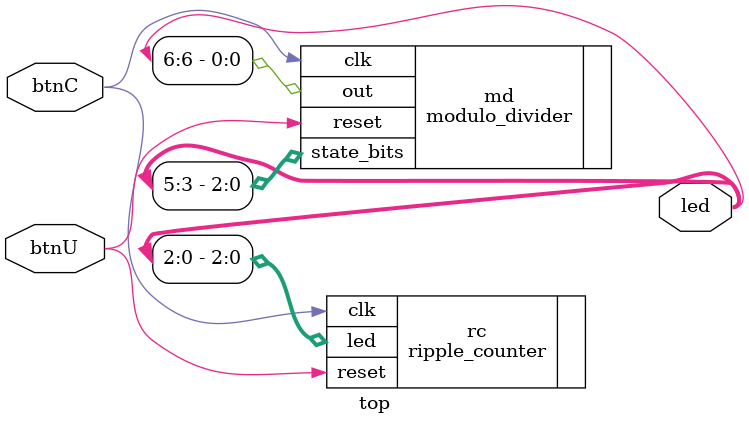
<source format=v>
module top(
    input wire btnU,  
    input wire btnC,  
    output wire [6:0] led
);

    ripple_counter rc (
        .clk(btnC),
        .reset(btnU),
        .led(led[2:0])
    );

    modulo_divider md (
        .clk(btnC),
        .reset(btnU),
        .state_bits(led[5:3]),
        .out(led[6])
    );
endmodule
</source>
